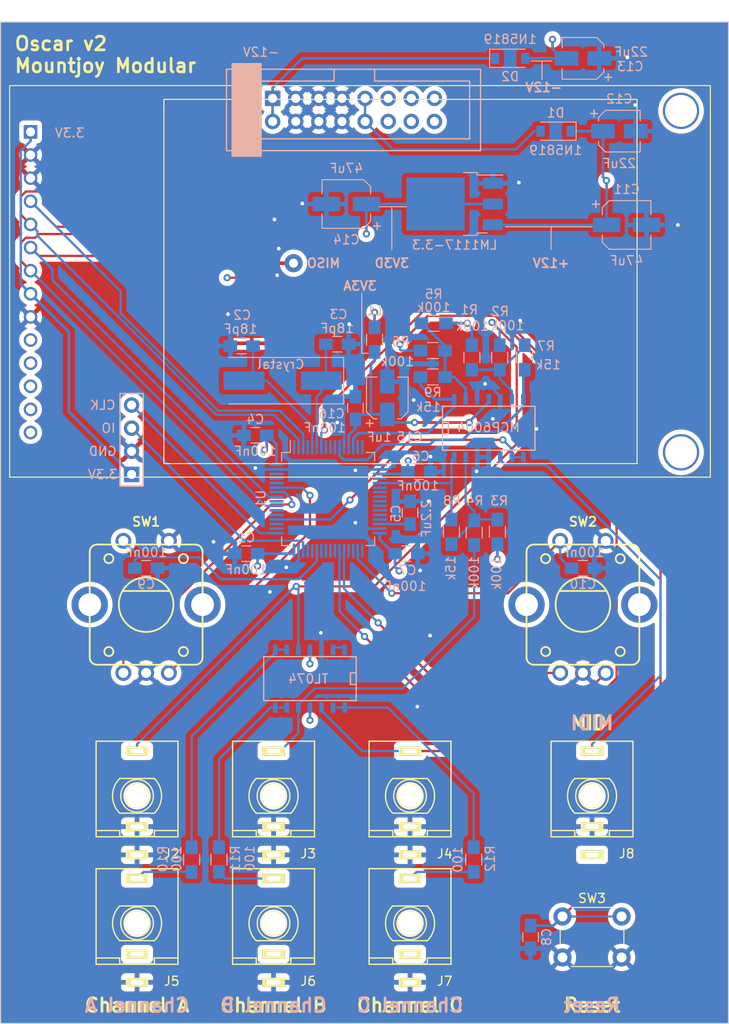
<source format=kicad_pcb>
(kicad_pcb (version 20221018) (generator pcbnew)
  (layers (0 "F.Cu" signal) (1 "In1.Cu" power "GND") (2 "In2.Cu" power "PWR") (31 "B.Cu" signal) (34 "B.Paste" user) (35 "F.Paste" user) (36 "B.SilkS" user "B.Silkscreen") (37 "F.SilkS" user "F.Silkscreen") (38 "B.Mask" user) (39 "F.Mask" user) (44 "Edge.Cuts" user))
  (net 0 "")
  (net 1 "+3V3")
  (net 2 "GND")
  (net 3 "Net-(C2-Pad1)")
  (net 4 "Net-(C3-Pad1)")
  (net 5 "Net-(C5-Pad1)")
  (net 6 "NRST")
  (net 7 "L_ENC_BTN")
  (net 8 "R_ENC_BTN")
  (net 9 "VCC")
  (net 10 "VEE")
  (net 11 "+3.3VA")
  (net 12 "+12V")
  (net 13 "-12V")
  (net 14 "SWCLK")
  (net 15 "SWDIO")
  (net 16 "Net-(J5-Pad2)")
  (net 17 "Net-(J6-Pad2)")
  (net 18 "Net-(J7-Pad2)")
  (net 19 "Net-(J8-Pad1)")
  (net 20 "Net-(J9-Pad11)")
  (net 21 "Net-(J9-Pad12)")
  (net 22 "Net-(J9-Pad14)")
  (net 23 "Net-(J9-Pad13)")
  (net 24 "Net-(J9-Pad15)")
  (net 25 "Net-(J9-Pad16)")
  (net 26 "Net-(R1-Pad1)")
  (net 27 "Net-(R3-Pad1)")
  (net 28 "Net-(R5-Pad1)")
  (net 29 "CH_A_IN")
  (net 30 "CH_B_IN")
  (net 31 "CH_C_IN")
  (net 32 "Net-(R10-Pad2)")
  (net 33 "Net-(R11-Pad2)")
  (net 34 "Net-(R12-Pad2)")
  (net 35 "L_ENC_UP")
  (net 36 "L_ENC_DN")
  (net 37 "R_ENC_DN")
  (net 38 "R_ENC_UP")
  (net 39 "Net-(U1-Pad1)")
  (net 40 "Net-(U1-Pad4)")
  (net 41 "LCD_DC")
  (net 42 "Net-(U1-Pad9)")
  (net 43 "Net-(U1-Pad10)")
  (net 44 "Net-(U1-Pad15)")
  (net 45 "Net-(U1-Pad16)")
  (net 46 "Net-(U1-Pad17)")
  (net 47 "Net-(U1-Pad20)")
  (net 48 "Net-(U1-Pad22)")
  (net 49 "Net-(U1-Pad24)")
  (net 50 "Net-(U1-Pad25)")
  (net 51 "LCD_RESET")
  (net 52 "Net-(U1-Pad27)")
  (net 53 "Net-(U1-Pad28)")
  (net 54 "Net-(U1-Pad29)")
  (net 55 "Net-(U1-Pad33)")
  (net 56 "Net-(U1-Pad35)")
  (net 57 "Net-(U1-Pad39)")
  (net 58 "Net-(U1-Pad40)")
  (net 59 "Net-(U1-Pad41)")
  (net 60 "Net-(U1-Pad42)")
  (net 61 "Net-(U1-Pad44)")
  (net 62 "Net-(U1-Pad50)")
  (net 63 "Net-(U1-Pad51)")
  (net 64 "MIDI_OUT")
  (net 65 "Net-(U1-Pad53)")
  (net 66 "Net-(U1-Pad54)")
  (net 67 "LCD_SCK")
  (net 68 "LCD_MOSI")
  (net 69 "Net-(U1-Pad60)")
  (net 70 "Net-(U1-Pad61)")
  (net 71 "Net-(U1-Pad62)")
  (net 72 "Net-(U2-Pad14)")
  (net 73 "Net-(U2-Pad13)")
  (net 74 "Net-(U2-Pad12)")
  (net 75 "Net-(U2-Pad11)")
  (net 76 "Net-(U2-Pad10)")
  (net 77 "Net-(U1-Pad23)")
  (net 78 "Net-(U1-Pad56)")
  (net 79 "Net-(U1-Pad8)")
  (net 80 "Net-(U1-Pad26)")
  (net 81 "Net-(U4-Pad13)")
  (net 82 "LCD_MISO")
  (net 83 "/CHA_In")
  (net 84 "/CHB_In")
  (net 85 "/CHC_In")
  (net 86 "/CHA_Out")
  (net 87 "/CHB_Out")
  (net 88 "/CHC_Out")
  (net 89 "/MIDI_In")
  (net 90 "Net-(U1-Pad45)")
  (net 91 "Net-(U1-Pad36)")
  (footprint "Custom_Footprints:THONKICONN_hole" (layer "F.Cu") (at 135 135)
    (fp_text reference "J2")
    (fp_text value "ChannelA_In" hide)
  )
  (footprint "Custom_Footprints:THONKICONN_hole" (layer "F.Cu") (at 150 135)
    (fp_text reference "J3")
    (fp_text value "ChannelB_In" hide)
  )
  (footprint "Custom_Footprints:THONKICONN_hole" (layer "F.Cu") (at 165 135)
    (fp_text reference "J4")
    (fp_text value "ChannelC_In" hide)
  )
  (footprint "Custom_Footprints:THONKICONN_hole" (layer "F.Cu") (at 135 149)
    (fp_text reference "J5")
    (fp_text value "ChA_Buff_Out" hide)
  )
  (footprint "Custom_Footprints:THONKICONN_hole" (layer "F.Cu") (at 150 149)
    (fp_text reference "J6")
    (fp_text value "ChB_Buff_Out" hide)
  )
  (footprint "Custom_Footprints:THONKICONN_hole" (layer "F.Cu") (at 165 149)
    (fp_text reference "J7")
    (fp_text value "ChC_Buff_Out" hide)
  )
  (footprint "Custom_Footprints:THONKICONN_hole" (layer "F.Cu") (at 185 135)
    (fp_text reference "J8")
    (fp_text value "MIDI_In" hide)
  )
  (footprint "Custom_Footprints:Encoder" (layer "F.Cu") (at 184 114)
    (fp_text reference "SW2")
    (fp_text value "Right_Encoder" hide)
  )
  (footprint "Custom_Footprints:Encoder" (layer "F.Cu") (at 136 114)
    (fp_text reference "SW1")
    (fp_text value "Left_Encoder" hide)
  )
  (footprint "Custom_Footprints:ILI9341_SPI" (layer "F.Cu") (at 121 57)
    (fp_text reference "U2" hide)
    (fp_text value "ILI9341_SPI")
  )
  (footprint "Buttons_Switches_THT:SW_PUSH_6mm" (layer "F.Cu") (at 181.75 148.25)
    (fp_text reference "SW3")
    (fp_text value "SW_Push")
  )
  (footprint "Custom_Footprints:18x0.8mmLCDConnector" (layer "F.Cu") (at 147.6 71.7 -90)
    (fp_text reference "J10" hide)
    (fp_text value "LCD_Connector")
  )
  (footprint "Wire_Pads:SolderWirePad_single_2mmDrill" (layer "F.Cu") (at 152.76 74.89)
    (fp_text reference "J11" hide)
    (fp_text value "MISO_Connector")
  )
  (footprint "Capacitors_SMD:C_0805_HandSoldering" (layer "B.Cu") (at 147 108.4 180)
    (fp_text reference "C1")
    (fp_text value "100nF")
  )
  (footprint "Capacitors_SMD:C_0805_HandSoldering" (layer "B.Cu") (at 146.5 85.6 180)
    (fp_text reference "C2")
    (fp_text value "18pF")
  )
  (footprint "Capacitors_SMD:C_0805_HandSoldering" (layer "B.Cu") (at 165 103.9 90)
    (fp_text reference "C5")
    (fp_text value "2.2uF")
  )
  (footprint "Capacitors_SMD:C_0805_HandSoldering" (layer "B.Cu") (at 166 99.4)
    (fp_text reference "C6")
    (fp_text value "100nF")
  )
  (footprint "Capacitors_SMD:C_0805_HandSoldering" (layer "B.Cu") (at 164.6 108.4)
    (fp_text reference "C7")
    (fp_text value "100nF")
  )
  (footprint "Capacitors_SMD:C_0805_HandSoldering" (layer "B.Cu") (at 178.25 150.5 90)
    (fp_text reference "C8")
    (fp_text value "100nF")
  )
  (footprint "Capacitors_SMD:C_0805_HandSoldering" (layer "B.Cu") (at 136 110)
    (fp_text reference "C9")
    (fp_text value "100nF")
  )
  (footprint "Capacitors_SMD:C_0805_HandSoldering" (layer "B.Cu") (at 184 110)
    (fp_text reference "C10")
    (fp_text value "100nF")
  )
  (footprint "Capacitors_SMD:CP_Elec_5x5.8" (layer "B.Cu") (at 188.8 72.3)
    (fp_text reference "C11")
    (fp_text value "47uF")
  )
  (footprint "Capacitors_SMD:CP_Elec_4x5.8" (layer "B.Cu") (at 188 62)
    (fp_text reference "C12")
    (fp_text value "22uF")
  )
  (footprint "Capacitors_SMD:CP_Elec_5x5.8" (layer "B.Cu") (at 158 70 180)
    (fp_text reference "C14")
    (fp_text value "47uF")
  )
  (footprint "Capacitors_SMD:C_0805_HandSoldering" (layer "B.Cu") (at 159 92.4 90)
    (fp_text reference "C16")
    (fp_text value "100nF")
  )
  (footprint "Diodes_SMD:D_SOD-123" (layer "B.Cu") (at 181 62 180)
    (fp_text reference "D1")
    (fp_text value "1N5819")
  )
  (footprint "Custom_Footprints:Eurorack_16_pin_header" (layer "B.Cu") (at 149.9 58.4)
    (fp_text reference "J9" hide)
    (fp_text value "Eurorack_16_pin_power" hide)
  )
  (footprint "Resistors_SMD:R_0805_HandSoldering" (layer "B.Cu") (at 171.8 86.85 90)
    (fp_text reference "R1")
    (fp_text value "100k")
  )
  (footprint "Resistors_SMD:R_0805_HandSoldering" (layer "B.Cu") (at 174.85 86.85 90)
    (fp_text reference "R2")
    (fp_text value "100k")
  )
  (footprint "Resistors_SMD:R_0805_HandSoldering" (layer "B.Cu") (at 174.6 106 -90)
    (fp_text reference "R3")
    (fp_text value "100k")
  )
  (footprint "Resistors_SMD:R_0805_HandSoldering" (layer "B.Cu") (at 172.05 106.1 -90)
    (fp_text reference "R4")
    (fp_text value "100k")
  )
  (footprint "Resistors_SMD:R_0805_HandSoldering" (layer "B.Cu") (at 167.6 83.1)
    (fp_text reference "R5")
    (fp_text value "100k")
  )
  (footprint "Resistors_SMD:R_0805_HandSoldering" (layer "B.Cu") (at 167.5 86.1 180)
    (fp_text reference "R6")
    (fp_text value "100k")
  )
  (footprint "Resistors_SMD:R_0805_HandSoldering" (layer "B.Cu") (at 169.55 106 -90)
    (fp_text reference "R8")
    (fp_text value "15k")
  )
  (footprint "Resistors_SMD:R_0805_HandSoldering" (layer "B.Cu") (at 167.5 89)
    (fp_text reference "R9")
    (fp_text value "15k")
  )
  (footprint "Resistors_SMD:R_0805_HandSoldering" (layer "B.Cu") (at 141 142 90)
    (fp_text reference "R10")
    (fp_text value "100")
  )
  (footprint "Resistors_SMD:R_0805_HandSoldering" (layer "B.Cu") (at 172 142 90)
    (fp_text reference "R12")
    (fp_text value "100")
  )
  (footprint "Package_QFP:LQFP-64_10x10mm_P0.5mm" (layer "B.Cu") (at 156 102.4 -90)
    (fp_text reference "U1")
    (fp_text value "STM32F446RETx")
  )
  (footprint "SMD_Packages:SOIC-14_N" (layer "B.Cu") (at 173.65 94.75)
    (fp_text reference "U3" hide)
    (fp_text value "MCP6004")
  )
  (footprint "SMD_Packages:SOIC-14_N" (layer "B.Cu") (at 154 122 180)
    (fp_text reference "U4" hide)
    (fp_text value "TL074")
  )
  (footprint "TO_SOT_Packages_SMD:TO-252-3_TabPin2" (layer "B.Cu") (at 169.9 70 180)
    (fp_text reference "U5" hide)
    (fp_text value "LM1117-3.3")
  )
  (footprint "Custom_Footprints:Crystal_SMD" (layer "B.Cu") (at 151 89.4 180)
    (fp_text reference "Y1" hide)
    (fp_text value "Crystal")
  )
  (footprint "Custom_Footprints:SWD_header" (layer "B.Cu") (at 134.4 99.7 90)
    (fp_text reference "J1" hide)
    (fp_text value "SWD_Header")
  )
  (footprint "Capacitors_SMD:CP_Elec_4x5.8" (layer "B.Cu") (at 162.5 91.3 90)
    (fp_text reference "C15")
    (fp_text value "1uF")
  )
  (footprint "Resistors_SMD:R_0805_HandSoldering" (layer "B.Cu") (at 161.1 84.9 90)
    (fp_text reference "L1")
    (fp_text value "L")
  )
  (footprint "Resistors_SMD:R_0805_HandSoldering" (layer "B.Cu") (at 177.6 86.85 90)
    (fp_text reference "R7")
    (fp_text value "15k")
  )
  (footprint "Diodes_SMD:D_SOD-123" (layer "B.Cu") (at 176 54)
    (fp_text reference "D2")
    (fp_text value "1N5819")
  )
  (footprint "Capacitors_SMD:CP_Elec_4x5.8" (layer "B.Cu") (at 184 54 180)
    (fp_text reference "C13")
    (fp_text value "22uF")
  )
  (footprint "Resistors_SMD:R_0805_HandSoldering" (layer "B.Cu") (at 144 142 90)
    (fp_text reference "R11")
    (fp_text value "100")
  )
  (footprint "Capacitors_SMD:C_0805_HandSoldering" (layer "B.Cu") (at 148 95.4 180)
    (fp_text reference "C4")
    (fp_text value "100nF")
  )
  (footprint "Capacitors_SMD:C_0805_HandSoldering" (layer "B.Cu") (at 157 85.4)
    (fp_text reference "C3")
    (fp_text value "18pF")
  )
  (gr_line (start 159.7 79.8) (end 159.7 86.4) (stroke (width 0.12)) (layer "B.SilkS"))
  (gr_line (start 185 72.5) (end 175.5 72.5) (stroke (width 0.12)) (layer "B.SilkS"))
  (gr_line (start 180.5 72.5) (end 185 72.5) (stroke (width 0.12)) (layer "B.SilkS"))
  (gr_line (start 164.6 70.3) (end 161.6 70.3) (stroke (width 0.12)) (layer "B.SilkS"))
  (gr_line (start 180.6 54.3) (end 178.3 54.3) (stroke (width 0.12)) (layer "B.SilkS"))
  (gr_line (start 179.5 56.3) (end 179.5 54.3) (stroke (width 0.12)) (layer "B.SilkS"))
  (gr_line (start 159.7 86.4) (end 160.4 86.4) (stroke (width 0.12)) (layer "B.SilkS"))
  (gr_line (start 180.5 75) (end 180.5 72.5) (stroke (width 0.12)) (layer "B.SilkS"))
  (gr_line (start 163 75) (end 163 70.3) (stroke (width 0.12)) (layer "B.SilkS"))
  (gr_line (start 120 50) (end 200 50) (stroke (width 0.12)) (layer "Edge.Cuts"))
  (gr_line (start 200 50) (end 200 160) (stroke (width 0.12)) (layer "Edge.Cuts"))
  (gr_line (start 120 160) (end 200 160) (stroke (width 0.12)) (layer "Edge.Cuts"))
  (gr_line (start 120 50) (end 120 160) (stroke (width 0.12)) (layer "Edge.Cuts"))
  (gr_text "Channel B" (at 150 158) (layer "B.SilkS") (effects (font (size 1.5 1.5) (thickness 0.3)) (justify mirror)))
  (gr_text "MIDI" (at 185 127) (layer "B.SilkS") (effects (font (size 1.5 1.5) (thickness 0.3)) (justify mirror)))
  (gr_text "Channel A" (at 135 158) (layer "B.SilkS") (effects (font (size 1.5 1.5) (thickness 0.3)) (justify mirror)))
  (gr_text "Reset" (at 185 158) (layer "B.SilkS") (effects (font (size 1.5 1.5) (thickness 0.3)) (justify mirror)))
  (gr_text "Channel C" (at 165 158) (layer "B.SilkS") (effects (font (size 1.5 1.5) (thickness 0.3)) (justify mirror)))
  (gr_text "+12V" (at 180.5 76.5) (layer "B.SilkS") (effects (font (size 1 1) (thickness 0.2)) (justify mirror)))
  (gr_text "-12V" (at 179.7 57.2) (layer "B.SilkS") (effects (font (size 1 1) (thickness 0.2)) (justify mirror)))
  (gr_text "3V3A" (at 159.5 79) (layer "B.SilkS") (effects (font (size 1 1) (thickness 0.2)) (justify mirror)))
  (gr_text "3V3D" (at 163 76.5) (layer "B.SilkS") (effects (font (size 1 1) (thickness 0.2)) (justify mirror)))
  (gr_text "3.3V" (at 127.6 62.2) (layer "B.SilkS") (effects (font (size 1 1)) (justify mirror)))
  (gr_text "MISO" (at 155.5 76.5) (layer "B.SilkS") (effects (font (size 1 1) (thickness 0.2)) (justify mirror)))
  (gr_text "Channel B" (at 150 158) (layer "F.SilkS") (effects (font (size 1.5 1.5) (thickness 0.3))))
  (gr_text "Channel C" (at 165 158) (layer "F.SilkS") (effects (font (size 1.5 1.5) (thickness 0.3))))
  (gr_text "Reset" (at 185 158) (layer "F.SilkS") (effects (font (size 1.5 1.5) (thickness 0.3))))
  (gr_text "MIDI" (at 185 127) (layer "F.SilkS") (effects (font (size 1.5 1.5) (thickness 0.3))))
  (gr_text "Channel A" (at 135 158) (layer "F.SilkS") (effects (font (size 1.5 1.5) (thickness 0.3))))
  (gr_text "Oscar v2\nMountjoy Modular" (at 121.4 53.6) (layer "F.SilkS") (effects (font (size 1.5 1.5) (thickness 0.3)) (justify left)))
  (segment (start 147.6 78.1) (end 144.9 78.1) (width 0.25) (layer "F.Cu") (net 1))
  (segment (start 147.6 78.1) (end 147.6 78.9) (width 0.25) (layer "F.Cu") (net 1))
  (via (at 164.8 98.2) (size 0.8) (drill 0.4) (layers "F.Cu" "B.Cu") (net 1))
  (via (at 163.799154 110.299154) (size 0.8) (drill 0.4) (layers "F.Cu" "B.Cu") (net 1))
  (via (at 149 97) (size 0.8) (drill 0.4) (layers "F.Cu" "B.Cu") (net 1))
  (via (at 160.2 73.28) (size 0.8) (drill 0.4) (layers "F.Cu" "B.Cu") (net 1))
  (via (at 144.9 78.1) (size 0.8) (drill 0.4) (layers "F.Cu" "B.Cu") (net 1))
  (via (at 161.1 81.9) (size 0.8) (drill 0.4) (layers "F.Cu" "B.Cu") (net 1))
  (via (at 148.25 109.75) (size 0.8) (drill 0.4) (layers "F.Cu" "B.Cu") (net 1))
  (segment (start 161.1 81.9) (end 161.1 81.9) (width 0.3) (layer "B.Cu") (net 1))
  (segment (start 148.25 109.75) (end 148.25 109.75) (width 0.3) (layer "B.Cu") (net 1))
  (segment (start 123.3 62.08) (end 123.3 63.08) (width 0.3) (layer "B.Cu") (net 1))
  (segment (start 122.224999 64.155001) (end 122.224999 78.784999) (width 0.25) (layer "B.Cu") (net 1))
  (segment (start 148.25 108.4) (end 148.25 109.75) (width 0.3) (layer "B.Cu") (net 1))
  (segment (start 127.5 84.06) (end 123.3 79.86) (width 0.3) (layer "B.Cu") (net 1))
  (segment (start 163.35 109.85) (end 163.799154 110.299154) (width 0.3) (layer "B.Cu") (net 1))
  (segment (start 151.925 108.4) (end 152.25 108.075) (width 0.3) (layer "B.Cu") (net 1))
  (segment (start 163.35 108.4) (end 163.35 109.85) (width 0.3) (layer "B.Cu") (net 1))
  (segment (start 148.25 108.4) (end 151.925 108.4) (width 0.3) (layer "B.Cu") (net 1))
  (segment (start 161.1 83.55) (end 161.1 81.9) (width 0.3) (layer "B.Cu") (net 1))
  (segment (start 150.325 96.35) (end 149.375 95.4) (width 0.3) (layer "B.Cu") (net 1))
  (segment (start 161.675 99.65) (end 164.5 99.65) (width 0.3) (layer "B.Cu") (net 1))
  (segment (start 123.3 63.08) (end 122.224999 64.155001) (width 0.25) (layer "B.Cu") (net 1))
  (segment (start 149.25 95.4) (end 149.25 96.75) (width 0.3) (layer "B.Cu") (net 1))
  (segment (start 149.375 95.4) (end 149.25 95.4) (width 0.3) (layer "B.Cu") (net 1))
  (segment (start 150.325 98.65) (end 150.325 96.35) (width 0.3) (layer "B.Cu") (net 1))
  (segment (start 161.675 106.85) (end 163.225 108.4) (width 0.3) (layer "B.Cu") (net 1))
  (segment (start 164.75 99.4) (end 164.75 98.25) (width 0.3) (layer "B.Cu") (net 1))
  (segment (start 174.1 70) (end 167.8 70) (width 0.3) (layer "B.Cu") (net 1))
  (segment (start 161.675 106.15) (end 161.675 106.85) (width 0.3) (layer "B.Cu") (net 1))
  (segment (start 163.225 108.4) (end 163.35 108.4) (width 0.3) (layer "B.Cu") (net 1))
  (segment (start 127.5 92.8) (end 127.5 84.06) (width 0.3) (layer "B.Cu") (net 1))
  (segment (start 149.25 96.75) (end 149 97) (width 0.3) (layer "B.Cu") (net 1))
  (segment (start 160.2 70) (end 167.8 70) (width 0.3) (layer "B.Cu") (net 1))
  (segment (start 164.75 98.25) (end 164.8 98.2) (width 0.3) (layer "B.Cu") (net 1))
  (segment (start 134.4 99.7) (end 127.5 92.8) (width 0.3) (layer "B.Cu") (net 1))
  (segment (start 164.5 99.65) (end 164.75 99.4) (width 0.3) (layer "B.Cu") (net 1))
  (segment (start 160.2 70) (end 160.2 73.28) (width 0.3) (layer "B.Cu") (net 1))
  (segment (start 122.224999 78.784999) (end 123.3 79.86) (width 0.3) (layer "B.Cu") (net 1))
  (segment (start 147.6 77.3) (end 149.875 77.3) (width 0.4) (layer "F.Cu") (net 2))
  (segment (start 147.6 84.5) (end 147.6 85.3) (width 0.3) (layer "F.Cu") (net 2))
  (segment (start 147.6 82.1) (end 145 82.1) (width 0.25) (layer "F.Cu") (net 2))
  (segment (start 147.6 79.7) (end 147.6 84.5) (width 0.3) (layer "F.Cu") (net 2))
  (segment (start 147.6 74.9) (end 150.575 74.9) (width 0.4) (layer "F.Cu") (net 2))
  (segment (start 149.875 77.3) (end 150.4 77.825) (width 0.4) (layer "F.Cu") (net 2))
  (segment (start 147.6 71.7) (end 150.1 71.7) (width 0.25) (layer "F.Cu") (net 2))
  (via (at 194.43 72.3) (size 0.8) (drill 0.4) (layers "F.Cu" "B.Cu") (net 2))
  (via (at 166.11 110.25) (size 0.8) (drill 0.4) (layers "F.Cu" "B.Cu") (net 2))
  (via (at 143.4 107.1) (size 0.8) (drill 0.4) (layers "F.Cu" "B.Cu") (net 2))
  (via (at 173.25 89.75) (size 0.8) (drill 0.4) (layers "F.Cu" "B.Cu") (net 2))
  (via (at 174.1 93.6) (size 0.8) (drill 0.4) (layers "F.Cu" "B.Cu") (net 2))
  (via (at 150.4 77.825) (size 0.8) (drill 0.4) (layers "F.Cu" "B.Cu") (net 2))
  (via (at 158.31 83.19) (size 0.8) (drill 0.4) (layers "F.Cu" "B.Cu") (net 2))
  (via (at 189.73 59.14) (size 0.8) (drill 0.4) (layers "F.Cu" "B.Cu") (net 2))
  (via (at 177.1 82.8) (size 0.8) (drill 0.4) (layers "F.Cu" "B.Cu") (net 2))
  (via (at 159 99.25) (size 0.8) (drill 0.4) (layers "F.Cu" "B.Cu") (net 2))
  (via (at 150.1 71.7) (size 0.8) (drill 0.4) (layers "F.Cu" "B.Cu") (net 2))
  (via (at 149.6 112.6) (size 0.8) (drill 0.4) (layers "F.Cu" "B.Cu") (net 2))
  (via (at 176.96 67.65) (size 0.8) (drill 0.4) (layers "F.Cu" "B.Cu") (net 2))
  (via (at 145 82.1) (size 0.8) (drill 0.4) (layers "F.Cu" "B.Cu") (net 2))
  (via (at 167.2 117.4) (size 0.8) (drill 0.4) (layers "F.Cu" "B.Cu") (net 2))
  (via (at 167.25 97.75) (size 0.8) (drill 0.4) (layers "F.Cu" "B.Cu") (net 2))
  (via (at 157 94) (size 0.8) (drill 0.4) (layers "F.Cu" "B.Cu") (net 2))
  (via (at 159 105) (size 0.8) (drill 0.4) (layers "F.Cu" "B.Cu") (net 2))
  (via (at 165.8 125.2) (size 0.8) (drill 0.4) (layers "F.Cu" "B.Cu") (net 2))
  (via (at 188.89 53.9) (size 0.8) (drill 0.4) (layers "F.Cu" "B.Cu") (net 2))
  (via (at 155.2 117.1) (size 0.8) (drill 0.4) (layers "F.Cu" "B.Cu") (net 2))
  (via (at 178.9 94.7) (size 0.8) (drill 0.4) (layers "F.Cu" "B.Cu") (net 2))
  (via (at 148 99) (size 0.8) (drill 0.4) (layers "F.Cu" "B.Cu") (net 2))
  (via (at 150.575 74.9) (size 0.8) (drill 0.4) (layers "F.Cu" "B.Cu") (net 2))
  (via (at 172.31 99.36) (size 0.8) (drill 0.4) (layers "F.Cu" "B.Cu") (net 2))
  (via (at 153.16 69.95) (size 0.8) (drill 0.4) (layers "F.Cu" "B.Cu") (net 2))
  (via (at 151.4 109.9) (size 0.8) (drill 0.4) (layers "F.Cu" "B.Cu") (net 2))
  (via (at 167.04 102.64) (size 0.8) (drill 0.4) (layers "F.Cu" "B.Cu") (net 2))
  (via (at 165.4 91.53) (size 0.8) (drill 0.4) (layers "F.Cu" "B.Cu") (net 2))
  (segment (start 145.75 108.4) (end 144.7 108.4) (width 0.3) (layer "B.Cu") (net 2))
  (segment (start 157.75 94.75) (end 157 94) (width 0.3) (layer "B.Cu") (net 2))
  (segment (start 155.27 117.17) (end 155.2 117.1) (width 0.3) (layer "B.Cu") (net 2))
  (segment (start 157.75 96.725) (end 157.75 94.75) (width 0.3) (layer "B.Cu") (net 2))
  (segment (start 155.27 118.952) (end 155.27 117.17) (width 0.3) (layer "B.Cu") (net 2))
  (segment (start 161.675 99.15) (end 162.65 99.15) (width 0.3) (layer "B.Cu") (net 2))
  (segment (start 180.750001 151.750001) (end 181.75 152.75) (width 0.3) (layer "B.Cu") (net 2))
  (segment (start 151.9 109.9) (end 151.4 109.9) (width 0.3) (layer "B.Cu") (net 2))
  (segment (start 159.65 105.65) (end 159 105) (width 0.3) (layer "B.Cu") (net 2))
  (segment (start 173.5395 89.75) (end 173.25 89.75) (width 0.3) (layer "B.Cu") (net 2))
  (segment (start 162.65 99.15) (end 164.449999 97.350001) (width 0.3) (layer "B.Cu") (net 2))
  (segment (start 148.15 99.15) (end 148 99) (width 0.3) (layer "B.Cu") (net 2))
  (segment (start 150.325 99.15) (end 148.15 99.15) (width 0.3) (layer "B.Cu") (net 2))
  (segment (start 152.75 109.05) (end 151.9 109.9) (width 0.3) (layer "B.Cu") (net 2))
  (segment (start 178.25 151.75) (end 180.750001 151.750001) (width 0.3) (layer "B.Cu") (net 2))
  (segment (start 159.1 99.15) (end 159 99.25) (width 0.3) (layer "B.Cu") (net 2))
  (segment (start 167.25 99.4) (end 167.25 97.75) (width 0.3) (layer "B.Cu") (net 2))
  (segment (start 164.449999 97.350001) (end 166.850001 97.350001) (width 0.3) (layer "B.Cu") (net 2))
  (segment (start 166.850001 97.350001) (end 167.25 97.75) (width 0.3) (layer "B.Cu") (net 2))
  (segment (start 161.675 105.65) (end 159.65 105.65) (width 0.3) (layer "B.Cu") (net 2))
  (segment (start 150.325 99.15) (end 158.9 99.15) (width 0.3) (layer "B.Cu") (net 2))
  (segment (start 174.92 91.448) (end 174.92 91.1305) (width 0.3) (layer "B.Cu") (net 2))
  (segment (start 152.75 108.075) (end 152.75 109.05) (width 0.3) (layer "B.Cu") (net 2))
  (segment (start 158.9 99.15) (end 159 99.25) (width 0.3) (layer "B.Cu") (net 2))
  (segment (start 174.92 91.1305) (end 173.5395 89.75) (width 0.3) (layer "B.Cu") (net 2))
  (segment (start 144.7 108.4) (end 143.4 107.1) (width 0.3) (layer "B.Cu") (net 2))
  (segment (start 161.675 99.15) (end 159.1 99.15) (width 0.3) (layer "B.Cu") (net 2))
  (segment (start 146.75 89.4) (end 149.25 89.4) (width 0.25) (layer "B.Cu") (net 3))
  (segment (start 149.25 89.4) (end 154.25 94.4) (width 0.25) (layer "B.Cu") (net 3))
  (segment (start 146.75 89.4) (end 147.8 88.35) (width 0.25) (layer "B.Cu") (net 3))
  (segment (start 147.75 85.6) (end 147.75 88.4) (width 0.25) (layer "B.Cu") (net 3))
  (segment (start 147.75 88.4) (end 146.75 89.4) (width 0.25) (layer "B.Cu") (net 3))
  (segment (start 154.25 94.4) (end 154.25 96.725) (width 0.25) (layer "B.Cu") (net 3))
  (segment (start 154.75 91.15) (end 154.75 96.725) (width 0.25) (layer "B.Cu") (net 4))
  (segment (start 155.25 89.4) (end 155.25 90.65) (width 0.25) (layer "B.Cu") (net 4))
  (segment (start 155.75 88.9) (end 155.25 89.4) (width 0.25) (layer "B.Cu") (net 4))
  (segment (start 155.25 90.65) (end 154.75 91.15) (width 0.25) (layer "B.Cu") (net 4))
  (segment (start 155.75 85.4) (end 155.75 88.9) (width 0.25) (layer "B.Cu") (net 4))
  (segment (start 161.675 105.15) (end 165 105.15) (width 0.3) (layer "B.Cu") (net 5))
  (segment (start 181.75 148.25) (end 192.525001 137.474999) (width 0.25) (layer "F.Cu") (net 6))
  (segment (start 192.525001 99.815589) (end 174.534401 81.824989) (width 0.25) (layer "F.Cu") (net 6))
  (segment (start 192.525001 137.474999) (end 192.525001 99.815589) (width 0.25) (layer "F.Cu") (net 6))
  (segment (start 174.534401 81.824989) (end 166.402009 81.824989) (width 0.25) (layer "F.Cu") (net 6))
  (segment (start 166.402009 81.824989) (end 155.6 92.626998) (width 0.25) (layer "F.Cu") (net 6))
  (segment (start 155.6 92.626998) (end 155.6 94.8) (width 0.25) (layer "F.Cu") (net 6))
  (via (at 155.6 94.8) (size 0.8) (drill 0.4) (layers "F.Cu" "B.Cu") (net 6))
  (segment (start 155.6 94.8) (end 155.25 95.15) (width 0.25) (layer "B.Cu") (net 6))
  (segment (start 155.25 95.15) (end 155.25 96.725) (width 0.25) (layer "B.Cu") (net 6))
  (segment (start 181.75 148.25) (end 183.164213 148.25) (width 0.25) (layer "B.Cu") (net 6))
  (segment (start 183.164213 148.25) (end 188.25 148.25) (width 0.25) (layer "B.Cu") (net 6))
  (segment (start 178.25 149.25) (end 180.750001 149.249999) (width 0.3) (layer "B.Cu") (net 6))
  (segment (start 180.750001 149.249999) (end 181.75 148.25) (width 0.3) (layer "B.Cu") (net 6))
  (segment (start 141.8 108.8) (end 144.2 111.2) (width 0.25) (layer "B.Cu") (net 7))
  (segment (start 135.3 108.8) (end 135.075 108.8) (width 0.25) (layer "B.Cu") (net 7))
  (segment (start 154.75 108.075) (end 154.75 109.25) (width 0.25) (layer "B.Cu") (net 7))
  (segment (start 154.75 109.25) (end 152.8 111.2) (width 0.25) (layer "B.Cu") (net 7))
  (segment (start 134.75 109.125) (end 134.75 110) (width 0.25) (layer "B.Cu") (net 7))
  (segment (start 133.5 107) (end 135.3 108.8) (width 0.25) (layer "B.Cu") (net 7))
  (segment (start 144.2 111.2) (end 152.8 111.2) (width 0.25) (layer "B.Cu") (net 7))
  (segment (start 134.75 108.25) (end 133.5 107) (width 0.25) (layer "B.Cu") (net 7))
  (segment (start 135.075 108.8) (end 134.75 109.125) (width 0.25) (layer "B.Cu") (net 7))
  (segment (start 135.3 108.8) (end 141.8 108.8) (width 0.25) (layer "B.Cu") (net 7))
  (segment (start 163 112.75) (end 175.75 112.75) (width 0.25) (layer "F.Cu") (net 8))
  (segment (start 175.75 112.75) (end 181.5 107) (width 0.25) (layer "F.Cu") (net 8))
  (via (at 163 112.75) (size 0.8) (drill 0.4) (layers "F.Cu" "B.Cu") (net 8))
  (segment (start 181.5 107) (end 181.5 108.875) (width 0.25) (layer "B.Cu") (net 8))
  (segment (start 159.25 108.075) (end 159.25 109) (width 0.25) (layer "B.Cu") (net 8))
  (segment (start 181.5 108.875) (end 182.625 110) (width 0.25) (layer "B.Cu") (net 8))
  (segment (start 159.25 109) (end 163 112.75) (width 0.25) (layer "B.Cu") (net 8))
  (segment (start 182.625 110) (end 182.75 110) (width 0.25) (layer "B.Cu") (net 8))
  (via (at 186.58 67.42) (size 0.8) (drill 0.4) (layers "F.Cu" "B.Cu") (net 9))
  (via (at 154 126.7) (size 0.8) (drill 0.4) (layers "F.Cu" "B.Cu") (net 9))
  (segment (start 186.2 67.04) (end 186.58 67.42) (width 0.3) (layer "B.Cu") (net 9))
  (segment (start 186.6 72.3) (end 186.6 67.44) (width 0.3) (layer "B.Cu") (net 9))
  (segment (start 154 125.302) (end 154 126.7) (width 0.3) (layer "B.Cu") (net 9))
  (segment (start 182.65 62) (end 183.4 62) (width 0.3) (layer "B.Cu") (net 9))
  (segment (start 186.2 62) (end 186.2 67.04) (width 0.3) (layer "B.Cu") (net 9))
  (segment (start 174.12 72.3) (end 174.1 72.28) (width 0.25) (layer "B.Cu") (net 9))
  (segment (start 186.6 67.44) (end 186.58 67.42) (width 0.3) (layer "B.Cu") (net 9))
  (segment (start 183.4 62) (end 186.2 62) (width 0.3) (layer "B.Cu") (net 9))
  (segment (start 186.6 72.3) (end 174.12 72.3) (width 0.3) (layer "B.Cu") (net 9))
  (via (at 180.66 51.92) (size 0.8) (drill 0.4) (layers "F.Cu" "B.Cu") (net 10))
  (via (at 171.3 83.1) (size 0.8) (drill 0.4) (layers "F.Cu" "B.Cu") (net 10))
  (via (at 154 120.5) (size 0.8) (drill 0.4) (layers "F.Cu" "B.Cu") (net 10))
  (via (at 174.6 109) (size 0.8) (drill 0.4) (layers "F.Cu" "B.Cu") (net 10))
  (segment (start 171.8 83.6) (end 171.3 83.1) (width 0.3) (layer "B.Cu") (net 10))
  (segment (start 168.95 83.1) (end 171.3 83.1) (width 0.3) (layer "B.Cu") (net 10))
  (segment (start 154 118.952) (end 154 120.5) (width 0.3) (layer "B.Cu") (net 10))
  (segment (start 182.2 54) (end 181.7 54) (width 0.3) (layer "B.Cu") (net 10))
  (segment (start 174.6 107.35) (end 174.6 107.45) (width 0.3) (layer "B.Cu") (net 10))
  (segment (start 174.6 107.35) (end 174.6 109) (width 0.3) (layer "B.Cu") (net 10))
  (segment (start 168.95 83.1) (end 169.5 83.1) (width 0.3) (layer "B.Cu") (net 10))
  (segment (start 171.8 85.4) (end 171.8 85.5) (width 0.3) (layer "B.Cu") (net 10))
  (segment (start 181.7 54) (end 180.66 52.96) (width 0.3) (layer "B.Cu") (net 10))
  (segment (start 180.66 52.96) (end 180.66 51.92) (width 0.3) (layer "B.Cu") (net 10))
  (segment (start 178.4 54) (end 182.2 54) (width 0.3) (layer "B.Cu") (net 10))
  (segment (start 168.95 83.1) (end 168.85 83.1) (width 0.3) (layer "B.Cu") (net 10))
  (segment (start 177.65 54) (end 178.4 54) (width 0.3) (layer "B.Cu") (net 10))
  (segment (start 171.8 85.5) (end 171.8 83.6) (width 0.3) (layer "B.Cu") (net 10))
  (segment (start 171.5 94) (end 165.5 94) (width 0.3) (layer "F.Cu") (net 11))
  (via (at 165.5 94) (size 0.8) (drill 0.4) (layers "F.Cu" "B.Cu") (net 11))
  (via (at 171.5 94) (size 0.8) (drill 0.4) (layers "F.Cu" "B.Cu") (net 11))
  (segment (start 159.55 93.1) (end 159 93.65) (width 0.3) (layer "B.Cu") (net 11))
  (segment (start 160.7 93.1) (end 159.55 93.1) (width 0.3) (layer "B.Cu") (net 11))
  (segment (start 165.5 94) (end 162.7 94) (width 0.3) (layer "B.Cu") (net 11))
  (segment (start 171.5 93.9155) (end 171.5 94) (width 0.3) (layer "B.Cu") (net 11))
  (segment (start 161.1 86.25) (end 161.1 86.35) (width 0.3) (layer "B.Cu") (net 11))
  (segment (start 160.7 87.65) (end 160.7 93.1) (width 0.3) (layer "B.Cu") (net 11))
  (segment (start 161.1 87.25) (end 160.7 87.65) (width 0.3) (layer "B.Cu") (net 11))
  (segment (start 158.25 95.4) (end 158.25 96.725) (width 0.3) (layer "B.Cu") (net 11))
  (segment (start 159 94.65) (end 158.25 95.4) (width 0.3) (layer "B.Cu") (net 11))
  (segment (start 161.8 93.1) (end 160.7 93.1) (width 0.3) (layer "B.Cu") (net 11))
  (segment (start 161.1 86.25) (end 161.1 87.25) (width 0.3) (layer "B.Cu") (net 11))
  (segment (start 159 93.65) (end 159 94.65) (width 0.3) (layer "B.Cu") (net 11))
  (segment (start 162.7 94) (end 161.8 93.1) (width 0.3) (layer "B.Cu") (net 11))
  (segment (start 173.65 91.448) (end 173.65 91.7655) (width 0.3) (layer "B.Cu") (net 11))
  (segment (start 173.65 91.7655) (end 171.5 93.9155) (width 0.3) (layer "B.Cu") (net 11))
  (segment (start 160.06 58.4) (end 160.06 60.94) (width 0.25) (layer "B.Cu") (net 12))
  (segment (start 163.12 64) (end 176.65 64) (width 0.25) (layer "B.Cu") (net 12))
  (segment (start 160.06 60.94) (end 163.12 64) (width 0.25) (layer "B.Cu") (net 12))
  (segment (start 178.65 62) (end 179.35 62) (width 0.25) (layer "B.Cu") (net 12))
  (segment (start 176.65 64) (end 178.65 62) (width 0.25) (layer "B.Cu") (net 12))
  (segment (start 149.9 57.25) (end 153.15 54) (width 0.3) (layer "B.Cu") (net 13))
  (segment (start 149.9 60.94) (end 149.9 58.4) (width 0.3) (layer "B.Cu") (net 13))
  (segment (start 149.9 58.4) (end 149.9 57.25) (width 0.3) (layer "B.Cu") (net 13))
  (segment (start 153.2 54) (end 174.35 54) (width 0.3) (layer "B.Cu") (net 13))
  (segment (start 153.15 54) (end 153.2 54) (width 0.3) (layer "B.Cu") (net 13))
  (segment (start 148.47 106.15) (end 134.4 92.08) (width 0.25) (layer "B.Cu") (net 14))
  (segment (start 150.325 106.15) (end 148.47 106.15) (width 0.25) (layer "B.Cu") (net 14))
  (segment (start 153.02499 106.97499) (end 153.25 107.2) (width 0.25) (layer "B.Cu") (net 15))
  (segment (start 134.4 94.62) (end 146.75499 106.97499) (width 0.25) (layer "B.Cu") (net 15))
  (segment (start 153.25 107.2) (end 153.25 108.075) (width 0.25) (layer "B.Cu") (net 15))
  (segment (start 146.75499 106.97499) (end 153.02499 106.97499) (width 0.25) (layer "B.Cu") (net 15))
  (segment (start 177.6 85.6) (end 175 88.2) (width 0.25) (layer "B.Cu") (net 26))
  (segment (start 175 88.2) (end 174.85 88.2) (width 0.25) (layer "B.Cu") (net 26))
  (segment (start 174.85 88.2) (end 174.85 89.2) (width 0.25) (layer "B.Cu") (net 26))
  (segment (start 174.85 89.2) (end 176.19 90.54) (width 0.25) (layer "B.Cu") (net 26))
  (segment (start 177.6 85.5) (end 177.6 85.6) (width 0.25) (layer "B.Cu") (net 26))
  (segment (start 176.19 90.54) (end 176.19 91.448) (width 0.25) (layer "B.Cu") (net 26))
  (segment (start 171.8 88.2) (end 174.85 88.2) (width 0.3) (layer "B.Cu") (net 26))
  (segment (start 171.11 102.81) (end 171.11 97.798) (width 0.25) (layer "B.Cu") (net 27))
  (segment (start 172.05 104.85) (end 169.55 107.35) (width 0.25) (layer "B.Cu") (net 27))
  (segment (start 172.15 104.65) (end 172.05 104.75) (width 0.25) (layer "B.Cu") (net 27))
  (segment (start 172.05 104.75) (end 172.05 104.85) (width 0.25) (layer "B.Cu") (net 27))
  (segment (start 172.05 104.75) (end 172.05 103.75) (width 0.25) (layer "B.Cu") (net 27))
  (segment (start 172.05 103.75) (end 171.11 102.81) (width 0.25) (layer "B.Cu") (net 27))
  (segment (start 174.6 104.65) (end 172.15 104.65) (width 0.25) (layer "B.Cu") (net 27))
  (segment (start 166.35 83.1) (end 168.85 85.6) (width 0.3) (layer "B.Cu") (net 28))
  (segment (start 169.85 89) (end 171.11 90.26) (width 0.3) (layer "B.Cu") (net 28))
  (segment (start 166.25 83.1) (end 166.35 83.1) (width 0.25) (layer "B.Cu") (net 28))
  (segment (start 166.15 83.2) (end 166.25 83.1) (width 0.25) (layer "B.Cu") (net 28))
  (segment (start 168.85 86.1) (end 168.85 89) (width 0.3) (layer "B.Cu") (net 28))
  (segment (start 168.85 88.7) (end 168.85 89) (width 0.25) (layer "B.Cu") (net 28))
  (segment (start 171.11 90.26) (end 171.11 91.448) (width 0.3) (layer "B.Cu") (net 28))
  (segment (start 168.85 85.6) (end 168.85 86.1) (width 0.25) (layer "B.Cu") (net 28))
  (segment (start 168.75 89) (end 168.85 89) (width 0.25) (layer "B.Cu") (net 28))
  (segment (start 168.85 89) (end 169.85 89) (width 0.3) (layer "B.Cu") (net 28))
  (segment (start 177.46 88.34) (end 177.6 88.2) (width 0.3) (layer "B.Cu") (net 29))
  (segment (start 157.25 96.725) (end 157.25 97.6) (width 0.3) (layer "B.Cu") (net 29))
  (segment (start 171.7 95) (end 174.7295 95) (width 0.3) (layer "B.Cu") (net 29))
  (segment (start 162 96.4) (end 167.2 96.4) (width 0.3) (layer "B.Cu") (net 29))
  (segment (start 157.7 98.1) (end 160.3 98.1) (width 0.3) (layer "B.Cu") (net 29))
  (segment (start 160.3 98.1) (end 162 96.4) (width 0.3) (layer "B.Cu") (net 29))
  (segment (start 177.6 91.308) (end 177.46 91.448) (width 0.3) (layer "B.Cu") (net 29))
  (segment (start 167.2 96.4) (end 167.7 95.9) (width 0.3) (layer "B.Cu") (net 29))
  (segment (start 177.46 92.2695) (end 177.46 91.448) (width 0.3) (layer "B.Cu") (net 29))
  (segment (start 170.8 95.9) (end 171.7 95) (width 0.3) (layer "B.Cu") (net 29))
  (segment (start 157.25 97.6) (end 157.7 98.1) (width 0.3) (layer "B.Cu") (net 29))
  (segment (start 177.46 91.448) (end 177.46 88.34) (width 0.3) (layer "B.Cu") (net 29))
  (segment (start 174.7295 95) (end 177.46 92.2695) (width 0.3) (layer "B.Cu") (net 29))
  (segment (start 167.7 95.9) (end 170.8 95.9) (width 0.3) (layer "B.Cu") (net 29))
  (segment (start 161.675 100.65) (end 169.55 100.65) (width 0.25) (layer "B.Cu") (net 30))
  (segment (start 169.55 104.65) (end 169.55 100.65) (width 0.25) (layer "B.Cu") (net 30))
  (segment (start 169.55 100.65) (end 169.55 98.088) (width 0.25) (layer "B.Cu") (net 30))
  (segment (start 169.55 98.088) (end 169.84 97.798) (width 0.25) (layer "B.Cu") (net 30))
  (segment (start 169.84 91.448) (end 169.84 92.2695) (width 0.3) (layer "B.Cu") (net 31))
  (segment (start 158.75 96.725) (end 158.75 95.75) (width 0.3) (layer "B.Cu") (net 31))
  (segment (start 169.84 92.2695) (end 166.95475 95.15475) (width 0.3) (layer "B.Cu") (net 31))
  (segment (start 169.84 91.448) (end 167.698 91.448) (width 0.3) (layer "B.Cu") (net 31))
  (segment (start 158.75 95.75) (end 159.34525 95.15475) (width 0.3) (layer "B.Cu") (net 31))
  (segment (start 159.34525 95.15475) (end 166.95475 95.15475) (width 0.3) (layer "B.Cu") (net 31))
  (segment (start 167.698 91.448) (end 166.15 89.9) (width 0.3) (layer "B.Cu") (net 31))
  (segment (start 166.15 89.9) (end 166.15 89) (width 0.3) (layer "B.Cu") (net 31))
  (segment (start 141 128.4595) (end 141 139.65) (width 0.25) (layer "B.Cu") (net 32))
  (segment (start 150.19 119.2695) (end 141 128.4595) (width 0.25) (layer "B.Cu") (net 32))
  (segment (start 150.19 118.952) (end 150.19 119.2695) (width 0.25) (layer "B.Cu") (net 32))
  (segment (start 151.46 118.952) (end 150.19 118.952) (width 0.25) (layer "B.Cu") (net 32))
  (segment (start 141 139.65) (end 141 140.65) (width 0.25) (layer "B.Cu") (net 32))
  (segment (start 150.19 125.302) (end 149.686 125.302) (width 0.25) (layer "B.Cu") (net 33))
  (segment (start 144 139.65) (end 144 140.65) (width 0.25) (layer "B.Cu") (net 33))
  (segment (start 151.46 125.302) (end 150.19 125.302) (width 0.25) (layer "B.Cu") (net 33))
  (segment (start 149.686 125.302) (end 144 130.988) (width 0.25) (layer "B.Cu") (net 33))
  (segment (start 144 130.988) (end 144 139.65) (width 0.25) (layer "B.Cu") (net 33))
  (segment (start 172 134.744998) (end 172 139.65) (width 0.25) (layer "B.Cu") (net 34))
  (segment (start 172 139.65) (end 172 140.65) (width 0.25) (layer "B.Cu") (net 34))
  (segment (start 162.557002 125.302) (end 172 134.744998) (width 0.25) (layer "B.Cu") (net 34))
  (segment (start 157.81 125.302) (end 162.557002 125.302) (width 0.25) (layer "B.Cu") (net 34))
  (segment (start 156.54 125.302) (end 157.81 125.302) (width 0.25) (layer "B.Cu") (net 34))
  (segment (start 149.758998 103) (end 152 103) (width 0.25) (layer "F.Cu") (net 35))
  (segment (start 133.5 121.5) (end 133.5 119.258998) (width 0.25) (layer "F.Cu") (net 35))
  (segment (start 133.5 119.258998) (end 149.758998 103) (width 0.25) (layer "F.Cu") (net 35))
  (via (at 152 103) (size 0.8) (drill 0.4) (layers "F.Cu" "B.Cu") (net 35))
  (segment (start 152 103) (end 152 102.434315) (width 0.25) (layer "B.Cu") (net 35))
  (segment (start 151.215685 101.65) (end 150.325 101.65) (width 0.25) (layer "B.Cu") (net 35))
  (segment (start 152 102.434315) (end 151.215685 101.65) (width 0.25) (layer "B.Cu") (net 35))
  (segment (start 154 106) (end 138.5 121.5) (width 0.25) (layer "F.Cu") (net 36))
  (segment (start 154 102) (end 154 106) (width 0.25) (layer "F.Cu") (net 36))
  (via (at 154 102) (size 0.8) (drill 0.4) (layers "F.Cu" "B.Cu") (net 36))
  (segment (start 153.15 101.15) (end 154 102) (width 0.25) (layer "B.Cu") (net 36))
  (segment (start 150.325 101.15) (end 153.15 101.15) (width 0.25) (layer "B.Cu") (net 36))
  (segment (start 167.5 125) (end 183 125) (width 0.25) (layer "F.Cu") (net 37))
  (segment (start 160 117.5) (end 167.5 125) (width 0.25) (layer "F.Cu") (net 37))
  (segment (start 183 125) (end 186.5 121.5) (width 0.25) (layer "F.Cu") (net 37))
  (via (at 160 117.5) (size 0.8) (drill 0.4) (layers "F.Cu" "B.Cu") (net 37))
  (segment (start 160 117.5) (end 157.25 114.75) (width 0.25) (layer "B.Cu") (net 37))
  (segment (start 157.25 114.75) (end 157.25 114.176998) (width 0.25) (layer "B.Cu") (net 37))
  (segment (start 157.25 114.176998) (end 157.25 108.075) (width 0.25) (layer "B.Cu") (net 37))
  (segment (start 167 121.5) (end 181.5 121.5) (width 0.25) (layer "F.Cu") (net 38))
  (segment (start 161.5 116) (end 167 121.5) (width 0.25) (layer "F.Cu") (net 38))
  (via (at 161.5 116) (size 0.8) (drill 0.4) (layers "F.Cu" "B.Cu") (net 38))
  (segment (start 157.75 112.25) (end 161.5 116) (width 0.25) (layer "B.Cu") (net 38))
  (segment (start 157.75 108.075) (end 157.75 112.25) (width 0.25) (layer "B.Cu") (net 38))
  (segment (start 150.825001 72.624999) (end 149.35 74.1) (width 0.25) (layer "F.Cu") (net 41))
  (segment (start 122.224999 69.183999) (end 122.783999 68.624999) (width 0.25) (layer "F.Cu") (net 41))
  (segment (start 149.35 74.1) (end 147.6 74.1) (width 0.25) (layer "F.Cu") (net 41))
  (segment (start 123.3 72.24) (end 122.224999 71.164999) (width 0.25) (layer "F.Cu") (net 41))
  (segment (start 122.783999 68.624999) (end 148.098001 68.624999) (width 0.25) (layer "F.Cu") (net 41))
  (segment (start 150.825001 71.351999) (end 150.825001 72.624999) (width 0.25) (layer "F.Cu") (net 41))
  (segment (start 122.224999 71.164999) (end 122.224999 69.183999) (width 0.25) (layer "F.Cu") (net 41))
  (segment (start 148.098001 68.624999) (end 150.825001 71.351999) (width 0.25) (layer "F.Cu") (net 41))
  (segment (start 124.049999 72.989999) (end 123.3 72.24) (width 0.25) (layer "B.Cu") (net 41))
  (segment (start 143.713599 93.150009) (end 124.049999 73.486409) (width 0.25) (layer "B.Cu") (net 41))
  (segment (start 152.75 95.85) (end 150.05001 93.15001) (width 0.25) (layer "B.Cu") (net 41))
  (segment (start 152.75 96.725) (end 152.75 95.85) (width 0.25) (layer "B.Cu") (net 41))
  (segment (start 124.049999 73.486409) (end 124.049999 72.989999) (width 0.25) (layer "B.Cu") (net 41))
  (segment (start 150.05001 93.15001) (end 143.713599 93.150009) (width 0.25) (layer "B.Cu") (net 41))
  (segment (start 126.1 72.5) (end 123.3 69.7) (width 0.25) (layer "F.Cu") (net 51))
  (segment (start 147.6 72.5) (end 126.1 72.5) (width 0.25) (layer "F.Cu") (net 51))
  (segment (start 153.25 95.25) (end 150.7 92.7) (width 0.25) (layer "B.Cu") (net 51))
  (segment (start 143.9 92.7) (end 133.2 82) (width 0.25) (layer "B.Cu") (net 51))
  (segment (start 133.2 82) (end 133.2 79.6) (width 0.25) (layer "B.Cu") (net 51))
  (segment (start 153.25 96.725) (end 153.25 95.25) (width 0.25) (layer "B.Cu") (net 51))
  (segment (start 133.2 79.6) (end 123.3 69.7) (width 0.25) (layer "B.Cu") (net 51))
  (segment (start 150.7 92.7) (end 143.9 92.7) (width 0.25) (layer "B.Cu") (net 51))
  (segment (start 158.4 102.5) (end 165 95.9) (width 0.25) (layer "F.Cu") (net 64))
  (segment (start 165 95.9) (end 175.2 95.9) (width 0.25) (layer "F.Cu") (net 64))
  (via (at 158.4 102.5) (size 0.8) (drill 0.4) (layers "F.Cu" "B.Cu") (net 64))
  (via (at 175.2 95.9) (size 0.8) (drill 0.4) (layers "F.Cu" "B.Cu") (net 64))
  (segment (start 177.46 97.798) (end 176.19 97.798) (width 0.25) (layer "B.Cu") (net 64))
  (segment (start 150.325 104.65) (end 156.25 104.65) (width 0.25) (layer "B.Cu") (net 64))
  (segment (start 156.25 104.65) (end 158.4 102.5) (width 0.25) (layer "B.Cu") (net 64))
  (segment (start 176.19 96.89) (end 176.19 97.798) (width 0.25) (layer "B.Cu") (net 64))
  (segment (start 175.2 95.9) (end 176.19 96.89) (width 0.25) (layer "B.Cu") (net 64))
  (segment (start 122.224999 76.244999) (end 122.550001 76.570001) (width 0.25) (layer "F.Cu") (net 67))
  (segment (start 147.6 73.3) (end 124.221 73.3) (width 0.25) (layer "F.Cu") (net 67))
  (segment (start 124.221 73.3) (end 123.816001 73.704999) (width 0.25) (layer "F.Cu") (net 67))
  (segment (start 122.783999 73.704999) (end 122.224999 74.263999) (width 0.25) (layer "F.Cu") (net 67))
  (segment (start 122.550001 76.570001) (end 123.3 77.32) (width 0.25) (layer "F.Cu") (net 67))
  (segment (start 122.224999 74.263999) (end 122.224999 76.244999) (width 0.25) (layer "F.Cu") (net 67))
  (segment (start 123.816001 73.704999) (end 122.783999 73.704999) (width 0.25) (layer "F.Cu") (net 67))
  (segment (start 150.325 103.15) (end 149.13 103.15) (width 0.25) (layer "B.Cu") (net 67))
  (segment (start 149.13 103.15) (end 123.3 77.32) (width 0.25) (layer "B.Cu") (net 67))
  (segment (start 147.6 75.7) (end 124.22 75.7) (width 0.25) (layer "F.Cu") (net 68))
  (segment (start 124.22 75.7) (end 123.3 74.78) (width 0.25) (layer "F.Cu") (net 68))
  (segment (start 149.484298 102.15) (end 125.7 78.365702) (width 0.25) (layer "B.Cu") (net 68))
  (segment (start 150.325 102.15) (end 149.484298 102.15) (width 0.25) (layer "B.Cu") (net 68))
  (segment (start 125.7 77.18) (end 123.3 74.78) (width 0.25) (layer "B.Cu") (net 68))
  (segment (start 125.7 78.365702) (end 125.7 77.18) (width 0.25) (layer "B.Cu") (net 68))
  (segment (start 157.81 118.698) (end 156.54 118.698) (width 0.25) (layer "B.Cu") (net 81))
  (segment (start 147.6 76.5) (end 149.5 76.5) (width 0.4) (layer "F.Cu") (net 82))
  (segment (start 149.5 76.5) (end 152.2 76.5) (width 0.4) (layer "F.Cu") (net 82))
  (segment (start 176.725001 85.725001) (end 174 83) (width 0.25) (layer "F.Cu") (net 83))
  (segment (start 152.5 112) (end 161.073002 112) (width 0.25) (layer "F.Cu") (net 83))
  (segment (start 176.725001 96.348001) (end 176.725001 85.725001) (width 0.25) (layer "F.Cu") (net 83))
  (segment (start 161.073002 112) (end 176.725001 96.348001) (width 0.25) (layer "F.Cu") (net 83))
  (via (at 152.5 112) (size 0.8) (drill 0.4) (layers "F.Cu" "B.Cu") (net 83))
  (via (at 174 83) (size 0.8) (drill 0.4) (layers "F.Cu" "B.Cu") (net 83))
  (segment (start 135 129.33) (end 135 130.08) (width 0.25) (layer "B.Cu") (net 83))
  (segment (start 152.73 112.23) (end 152.5 112) (width 0.25) (layer "B.Cu") (net 83))
  (segment (start 152.5 112) (end 152.73 112.27) (width 0.25) (layer "B.Cu") (net 83))
  (segment (start 152.33 112) (end 135 129.33) (width 0.25) (layer "B.Cu") (net 83))
  (segment (start 152.73 118.952) (end 152.73 112.23) (width 0.25) (layer "B.Cu") (net 83))
  (segment (start 174.85 85.5) (end 174.85 83.85) (width 0.25) (layer "B.Cu") (net 83))
  (segment (start 174.85 83.85) (end 174 83) (width 0.25) (layer "B.Cu") (net 83))
  (segment (start 152.5 112) (end 152.33 112) (width 0.25) (layer "B.Cu") (net 83))
  (segment (start 152.73 125.302) (end 152.73 124.9845) (width 0.25) (layer "B.Cu") (net 84))
  (segment (start 152.73 128.1) (end 150.75 130.08) (width 0.25) (layer "B.Cu") (net 84))
  (segment (start 164.2 123.2) (end 172.05 115.35) (width 0.25) (layer "B.Cu") (net 84))
  (segment (start 172.05 107.55) (end 172.05 107.45) (width 0.25) (layer "B.Cu") (net 84))
  (segment (start 152.73 125.302) (end 152.73 128.1) (width 0.25) (layer "B.Cu") (net 84))
  (segment (start 154.5145 123.2) (end 164.2 123.2) (width 0.25) (layer "B.Cu") (net 84))
  (segment (start 152.73 124.9845) (end 154.5145 123.2) (width 0.25) (layer "B.Cu") (net 84))
  (segment (start 172.05 115.35) (end 172.05 107.45) (width 0.25) (layer "B.Cu") (net 84))
  (segment (start 150.75 130.08) (end 150 130.08) (width 0.25) (layer "B.Cu") (net 84))
  (segment (start 187.700001 122.076001) (end 187.700001 95.626999) (width 0.25) (layer "F.Cu") (net 85))
  (segment (start 179.696002 130.08) (end 187.700001 122.076001) (width 0.25) (layer "F.Cu") (net 85))
  (segment (start 166.925001 82.274999) (end 163.9 85.4) (width 0.25) (layer "F.Cu") (net 85))
  (segment (start 165 130.08) (end 179.696002 130.08) (width 0.25) (layer "F.Cu") (net 85))
  (segment (start 187.700001 95.626999) (end 174.348001 82.274999) (width 0.25) (layer "F.Cu") (net 85))
  (segment (start 174.348001 82.274999) (end 166.925001 82.274999) (width 0.25) (layer "F.Cu") (net 85))
  (via (at 163.9 85.4) (size 0.8) (drill 0.4) (layers "F.Cu" "B.Cu") (net 85))
  (segment (start 155.27 125.6195) (end 159.7305 130.08) (width 0.25) (layer "B.Cu") (net 85))
  (segment (start 163.9 85.965685) (end 164.034315 86.1) (width 0.25) (layer "B.Cu") (net 85))
  (segment (start 155.27 125.302) (end 155.27 125.6195) (width 0.25) (layer "B.Cu") (net 85))
  (segment (start 163.9 85.4) (end 163.9 85.965685) (width 0.25) (layer "B.Cu") (net 85))
  (segment (start 159.7305 130.08) (end 163.5 130.08) (width 0.25) (layer "B.Cu") (net 85))
  (segment (start 164.034315 86.1) (end 165.15 86.1) (width 0.25) (layer "B.Cu") (net 85))
  (segment (start 163.5 130.08) (end 165 130.08) (width 0.25) (layer "B.Cu") (net 85))
  (segment (start 165.15 86.1) (end 166.15 86.1) (width 0.25) (layer "B.Cu") (net 85))
  (segment (start 141 143.35) (end 135.73 143.35) (width 0.25) (layer "B.Cu") (net 86))
  (segment (start 135.73 143.35) (end 135 144.08) (width 0.25) (layer "B.Cu") (net 86))
  (segment (start 144.73 144.08) (end 144 143.35) (width 0.25) (layer "B.Cu") (net 87))
  (segment (start 150 144.08) (end 144.73 144.08) (width 0.25) (layer "B.Cu") (net 87))
  (segment (start 172 143.35) (end 165.73 143.35) (width 0.25) (layer "B.Cu") (net 88))
  (segment (start 165.73 143.35) (end 165 144.08) (width 0.25) (layer "B.Cu") (net 88))
  (segment (start 185 130.08) (end 185 129.33) (width 0.25) (layer "B.Cu") (net 89))
  (segment (start 179.970503 98.694501) (end 175.499001 98.694501) (width 0.25) (layer "B.Cu") (net 89))
  (segment (start 174.92 98.1155) (end 174.92 97.798) (width 0.25) (layer "B.Cu") (net 89))
  (segment (start 185 129.33) (end 192.525001 121.804999) (width 0.25) (layer "B.Cu") (net 89))
  (segment (start 175.499001 98.694501) (end 174.92 98.1155) (width 0.25) (layer "B.Cu") (net 89))
  (segment (start 192.525001 121.804999) (end 192.525001 111.248999) (width 0.25) (layer "B.Cu") (net 89))
  (segment (start 192.525001 111.248999) (end 179.970503 98.694501) (width 0.25) (layer "B.Cu") (net 89))
  (zone (net 2) (net_name "GND") (layer "F.Cu") (connect_pads (clearance 0.508)) (min_thickness 0.254) (fill yes (thermal_gap 0.508) (thermal_bridge_width 0.508))
    (polygon (pts (xy 120 50) (xy 200 50) (xy 200 160) (xy 120 160)))
  )
  (zone (net 2) (net_name "GND") (layer "B.Cu") (connect_pads (clearance 0.508)) (min_thickness 0.254) (fill yes (thermal_gap 0.508) (thermal_bridge_width 0.508))
    (polygon (pts (xy 200 50) (xy 120 50) (xy 120 160) (xy 200 160)))
  )
)
</source>
